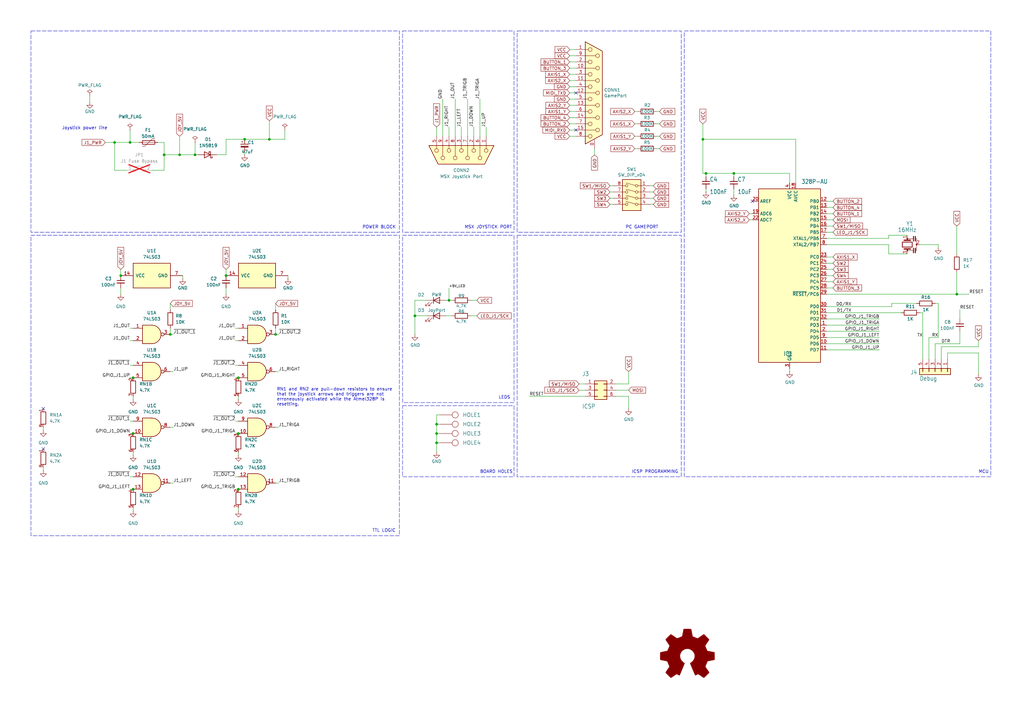
<source format=kicad_sch>
(kicad_sch (version 20231120) (generator "eeschema") (generator_version "8.0")
  (paper "A3")
  (title_block (title "msx-joypc-v1") (date "2024-11-28") (rev "Build2") (company "Albert Herranz"))
  (junction (at 289.56 71.12))
  (junction (at 69.85 137.16))
  (junction (at 54.61 177.8))
  (junction (at 53.34 58.42))
  (junction (at 113.03 137.16))
  (junction (at 54.61 154.94))
  (junction (at 46.99 58.42))
  (junction (at 67.31 63.5))
  (junction (at 97.79 200.66))
  (junction (at 97.79 154.94))
  (junction (at 179.07 181.61))
  (junction (at 170.18 129.54))
  (junction (at 184.15 123.19))
  (junction (at 179.07 173.99))
  (junction (at 92.71 113.03))
  (junction (at 110.49 57.15))
  (junction (at 100.33 57.15))
  (junction (at 54.61 200.66))
  (junction (at 80.01 63.5))
  (junction (at 73.66 63.5))
  (junction (at 49.53 113.03))
  (junction (at 300.99 71.12))
  (junction (at 179.07 177.8))
  (junction (at 392.43 120.65))
  (junction (at 288.29 57.15))
  (junction (at 97.79 177.8))
  (no_connect (at 236.22 38.1))
  (no_connect (at 236.22 53.34))
  (no_connect (at 17.78 167.64))
  (no_connect (at 308.61 82.55))
  (no_connect (at 17.78 184.15))
  (wire (pts (xy 339.09 133.35) (xy 360.68 133.35)))
  (wire (pts (xy 289.56 78.74) (xy 289.56 77.47)))
  (wire (pts (xy 233.68 35.56) (xy 236.22 35.56)))
  (wire (pts (xy 307.34 90.17) (xy 308.61 90.17)))
  (wire (pts (xy 339.09 138.43) (xy 360.68 138.43)))
  (wire (pts (xy 393.7 135.89) (xy 393.7 140.97)))
  (wire (pts (xy 270.51 50.8) (xy 269.24 50.8)))
  (wire (pts (xy 110.49 49.53) (xy 110.49 57.15)))
  (wire (pts (xy 69.85 124.46) (xy 69.85 127)))
  (wire (pts (xy 339.09 120.65) (xy 392.43 120.65)))
  (wire (pts (xy 179.07 177.8) (xy 179.07 181.61)))
  (wire (pts (xy 288.29 57.15) (xy 326.39 57.15)))
  (wire (pts (xy 118.11 114.3) (xy 118.11 113.03)))
  (wire (pts (xy 182.88 129.54) (xy 185.42 129.54)))
  (wire (pts (xy 96.52 200.66) (xy 97.79 200.66)))
  (wire (pts (xy 341.63 115.57) (xy 339.09 115.57)))
  (wire (pts (xy 96.52 195.58) (xy 97.79 195.58)))
  (wire (pts (xy 233.68 20.32) (xy 236.22 20.32)))
  (wire (pts (xy 179.07 173.99) (xy 179.07 177.8)))
  (wire (pts (xy 384.81 100.33) (xy 384.81 101.6)))
  (wire (pts (xy 365.76 125.73) (xy 339.09 125.73)))
  (wire (pts (xy 184.15 118.11) (xy 184.15 123.19)))
  (wire (pts (xy 381 138.43) (xy 384.81 138.43)))
  (wire (pts (xy 252.73 162.56) (xy 257.81 162.56)))
  (wire (pts (xy 341.63 113.03) (xy 339.09 113.03)))
  (wire (pts (xy 71.12 137.16) (xy 69.85 137.16)))
  (wire (pts (xy 233.68 22.86) (xy 236.22 22.86)))
  (wire (pts (xy 260.35 55.88) (xy 261.62 55.88)))
  (wire (pts (xy 92.71 118.11) (xy 92.71 120.65)))
  (wire (pts (xy 233.68 25.4) (xy 236.22 25.4)))
  (wire (pts (xy 54.61 186.69) (xy 54.61 185.42)))
  (wire (pts (xy 100.33 57.15) (xy 110.49 57.15)))
  (wire (pts (xy 233.68 50.8) (xy 236.22 50.8)))
  (wire (pts (xy 233.68 38.1) (xy 236.22 38.1)))
  (wire (pts (xy 323.85 71.12) (xy 300.99 71.12)))
  (wire (pts (xy 17.78 191.77) (xy 17.78 193.04)))
  (wire (pts (xy 250.19 81.28) (xy 251.46 81.28)))
  (wire (pts (xy 257.81 162.56) (xy 257.81 167.64)))
  (wire (pts (xy 377.19 100.33) (xy 384.81 100.33)))
  (wire (pts (xy 339.09 140.97) (xy 360.68 140.97)))
  (wire (pts (xy 233.68 30.48) (xy 236.22 30.48)))
  (wire (pts (xy 53.34 177.8) (xy 54.61 177.8)))
  (wire (pts (xy 113.03 124.46) (xy 113.03 127)))
  (wire (pts (xy 113.03 134.62) (xy 113.03 137.16)))
  (wire (pts (xy 184.15 123.19) (xy 182.88 123.19)))
  (wire (pts (xy 300.99 77.47) (xy 300.99 80.01)))
  (wire (pts (xy 323.85 74.93) (xy 323.85 71.12)))
  (wire (pts (xy 289.56 72.39) (xy 289.56 71.12)))
  (wire (pts (xy 36.83 39.37) (xy 36.83 41.91)))
  (wire (pts (xy 267.97 78.74) (xy 266.7 78.74)))
  (wire (pts (xy 92.71 57.15) (xy 100.33 57.15)))
  (wire (pts (xy 54.61 162.56) (xy 54.61 163.83)))
  (wire (pts (xy 114.3 152.4) (xy 113.03 152.4)))
  (wire (pts (xy 260.35 60.96) (xy 261.62 60.96)))
  (wire (pts (xy 384.81 124.46) (xy 383.54 124.46)))
  (wire (pts (xy 401.32 144.78) (xy 401.32 153.67)))
  (wire (pts (xy 341.63 95.25) (xy 339.09 95.25)))
  (wire (pts (xy 392.43 92.71) (xy 392.43 104.14)))
  (wire (pts (xy 49.53 110.49) (xy 49.53 113.03)))
  (wire (pts (xy 53.34 58.42) (xy 57.15 58.42)))
  (wire (pts (xy 250.19 83.82) (xy 251.46 83.82)))
  (wire (pts (xy 96.52 154.94) (xy 97.79 154.94)))
  (wire (pts (xy 97.79 209.55) (xy 97.79 208.28)))
  (wire (pts (xy 252.73 157.48) (xy 257.81 157.48)))
  (wire (pts (xy 114.3 175.26) (xy 113.03 175.26)))
  (wire (pts (xy 53.34 154.94) (xy 54.61 154.94)))
  (wire (pts (xy 386.08 142.24) (xy 386.08 147.32)))
  (wire (pts (xy 383.54 140.97) (xy 383.54 147.32)))
  (wire (pts (xy 80.01 63.5) (xy 81.28 63.5)))
  (wire (pts (xy 180.34 173.99) (xy 179.07 173.99)))
  (wire (pts (xy 116.84 53.34) (xy 116.84 57.15)))
  (wire (pts (xy 393.7 140.97) (xy 383.54 140.97)))
  (wire (pts (xy 100.33 62.23) (xy 100.33 63.5)))
  (wire (pts (xy 170.18 129.54) (xy 170.18 137.16)))
  (wire (pts (xy 179.07 170.18) (xy 179.07 173.99)))
  (wire (pts (xy 96.52 177.8) (xy 97.79 177.8)))
  (wire (pts (xy 364.49 104.14) (xy 372.11 104.14)))
  (wire (pts (xy 250.19 78.74) (xy 251.46 78.74)))
  (wire (pts (xy 92.71 63.5) (xy 88.9 63.5)))
  (wire (pts (xy 53.34 149.86) (xy 54.61 149.86)))
  (wire (pts (xy 341.63 87.63) (xy 339.09 87.63)))
  (wire (pts (xy 179.07 52.07) (xy 179.07 55.88)))
  (wire (pts (xy 307.34 87.63) (xy 308.61 87.63)))
  (wire (pts (xy 179.07 181.61) (xy 179.07 185.42)))
  (wire (pts (xy 364.49 100.33) (xy 364.49 104.14)))
  (wire (pts (xy 184.15 52.07) (xy 184.15 55.88)))
  (wire (pts (xy 381 147.32) (xy 381 138.43)))
  (wire (pts (xy 288.29 71.12) (xy 288.29 57.15)))
  (wire (pts (xy 341.63 118.11) (xy 339.09 118.11)))
  (wire (pts (xy 388.62 144.78) (xy 388.62 147.32)))
  (wire (pts (xy 289.56 71.12) (xy 300.99 71.12)))
  (wire (pts (xy 69.85 134.62) (xy 69.85 137.16)))
  (wire (pts (xy 250.19 76.2) (xy 251.46 76.2)))
  (wire (pts (xy 364.49 97.79) (xy 339.09 97.79)))
  (wire (pts (xy 392.43 120.65) (xy 397.51 120.65)))
  (wire (pts (xy 184.15 123.19) (xy 185.42 123.19)))
  (wire (pts (xy 67.31 63.5) (xy 73.66 63.5)))
  (wire (pts (xy 96.52 134.62) (xy 97.79 134.62)))
  (wire (pts (xy 378.46 128.27) (xy 377.19 128.27)))
  (wire (pts (xy 43.18 58.42) (xy 46.99 58.42)))
  (wire (pts (xy 257.81 157.48) (xy 257.81 152.4)))
  (wire (pts (xy 326.39 74.93) (xy 326.39 57.15)))
  (wire (pts (xy 364.49 97.79) (xy 364.49 96.52)))
  (wire (pts (xy 393.7 127) (xy 393.7 130.81)))
  (wire (pts (xy 233.68 48.26) (xy 236.22 48.26)))
  (wire (pts (xy 74.93 114.3) (xy 74.93 113.03)))
  (wire (pts (xy 71.12 198.12) (xy 69.85 198.12)))
  (wire (pts (xy 53.34 53.34) (xy 53.34 58.42)))
  (wire (pts (xy 114.3 198.12) (xy 113.03 198.12)))
  (wire (pts (xy 92.71 110.49) (xy 92.71 113.03)))
  (wire (pts (xy 364.49 96.52) (xy 372.11 96.52)))
  (wire (pts (xy 97.79 186.69) (xy 97.79 185.42)))
  (wire (pts (xy 257.81 160.02) (xy 252.73 160.02)))
  (wire (pts (xy 233.68 40.64) (xy 236.22 40.64)))
  (wire (pts (xy 339.09 100.33) (xy 364.49 100.33)))
  (wire (pts (xy 80.01 58.42) (xy 80.01 63.5)))
  (wire (pts (xy 73.66 63.5) (xy 80.01 63.5)))
  (wire (pts (xy 97.79 163.83) (xy 97.79 162.56)))
  (wire (pts (xy 300.99 72.39) (xy 300.99 71.12)))
  (wire (pts (xy 341.63 105.41) (xy 339.09 105.41)))
  (wire (pts (xy 196.85 40.64) (xy 196.85 55.88)))
  (wire (pts (xy 384.81 138.43) (xy 384.81 124.46)))
  (wire (pts (xy 17.78 175.26) (xy 17.78 176.53)))
  (wire (pts (xy 288.29 50.8) (xy 288.29 57.15)))
  (wire (pts (xy 339.09 130.81) (xy 360.68 130.81)))
  (wire (pts (xy 181.61 40.64) (xy 181.61 55.88)))
  (wire (pts (xy 388.62 144.78) (xy 401.32 144.78)))
  (wire (pts (xy 114.3 137.16) (xy 113.03 137.16)))
  (wire (pts (xy 180.34 170.18) (xy 179.07 170.18)))
  (wire (pts (xy 339.09 135.89) (xy 360.68 135.89)))
  (wire (pts (xy 194.31 52.07) (xy 194.31 55.88)))
  (wire (pts (xy 233.68 33.02) (xy 236.22 33.02)))
  (wire (pts (xy 175.26 123.19) (xy 170.18 123.19)))
  (wire (pts (xy 53.34 134.62) (xy 54.61 134.62)))
  (wire (pts (xy 323.85 152.4) (xy 323.85 151.13)))
  (wire (pts (xy 73.66 55.88) (xy 73.66 63.5)))
  (wire (pts (xy 193.04 129.54) (xy 195.58 129.54)))
  (wire (pts (xy 67.31 58.42) (xy 67.31 63.5)))
  (wire (pts (xy 186.69 40.64) (xy 186.69 55.88)))
  (wire (pts (xy 341.63 107.95) (xy 339.09 107.95)))
  (wire (pts (xy 233.68 53.34) (xy 236.22 53.34)))
  (wire (pts (xy 180.34 177.8) (xy 179.07 177.8)))
  (wire (pts (xy 243.84 63.5) (xy 243.84 60.96)))
  (wire (pts (xy 392.43 120.65) (xy 392.43 111.76)))
  (wire (pts (xy 267.97 76.2) (xy 266.7 76.2)))
  (wire (pts (xy 339.09 128.27) (xy 369.57 128.27)))
  (wire (pts (xy 96.52 172.72) (xy 97.79 172.72)))
  (wire (pts (xy 260.35 50.8) (xy 261.62 50.8)))
  (wire (pts (xy 193.04 123.19) (xy 195.58 123.19)))
  (wire (pts (xy 67.31 69.85) (xy 67.31 63.5)))
  (wire (pts (xy 53.34 139.7) (xy 54.61 139.7)))
  (wire (pts (xy 378.46 128.27) (xy 378.46 147.32)))
  (wire (pts (xy 46.99 69.85) (xy 52.07 69.85)))
  (wire (pts (xy 170.18 123.19) (xy 170.18 129.54)))
  (wire (pts (xy 270.51 55.88) (xy 269.24 55.88)))
  (wire (pts (xy 175.26 129.54) (xy 170.18 129.54)))
  (wire (pts (xy 288.29 71.12) (xy 289.56 71.12)))
  (wire (pts (xy 180.34 181.61) (xy 179.07 181.61)))
  (wire (pts (xy 267.97 83.82) (xy 266.7 83.82)))
  (wire (pts (xy 199.39 52.07) (xy 199.39 55.88)))
  (wire (pts (xy 54.61 209.55) (xy 54.61 208.28)))
  (wire (pts (xy 67.31 58.42) (xy 64.77 58.42)))
  (wire (pts (xy 53.34 195.58) (xy 54.61 195.58)))
  (wire (pts (xy 270.51 60.96) (xy 269.24 60.96)))
  (wire (pts (xy 233.68 27.94) (xy 236.22 27.94)))
  (wire (pts (xy 53.34 172.72) (xy 54.61 172.72)))
  (wire (pts (xy 365.76 124.46) (xy 375.92 124.46)))
  (wire (pts (xy 260.35 45.72) (xy 261.62 45.72)))
  (wire (pts (xy 92.71 57.15) (xy 92.71 63.5)))
  (wire (pts (xy 96.52 149.86) (xy 97.79 149.86)))
  (wire (pts (xy 237.49 157.48) (xy 240.03 157.48)))
  (wire (pts (xy 233.68 43.18) (xy 236.22 43.18)))
  (wire (pts (xy 62.23 69.85) (xy 67.31 69.85)))
  (wire (pts (xy 191.77 40.64) (xy 191.77 55.88)))
  (wire (pts (xy 401.32 139.7) (xy 401.32 142.24)))
  (wire (pts (xy 189.23 52.07) (xy 189.23 55.88)))
  (wire (pts (xy 339.09 143.51) (xy 360.68 143.51)))
  (wire (pts (xy 237.49 160.02) (xy 240.03 160.02)))
  (wire (pts (xy 386.08 142.24) (xy 401.32 142.24)))
  (wire (pts (xy 341.63 92.71) (xy 339.09 92.71)))
  (wire (pts (xy 71.12 152.4) (xy 69.85 152.4)))
  (wire (pts (xy 341.63 110.49) (xy 339.09 110.49)))
  (wire (pts (xy 96.52 139.7) (xy 97.79 139.7)))
  (wire (pts (xy 270.51 45.72) (xy 269.24 45.72)))
  (wire (pts (xy 341.63 82.55) (xy 339.09 82.55)))
  (wire (pts (xy 233.68 55.88) (xy 236.22 55.88)))
  (wire (pts (xy 341.63 90.17) (xy 339.09 90.17)))
  (wire (pts (xy 233.68 45.72) (xy 236.22 45.72)))
  (wire (pts (xy 217.17 162.56) (xy 240.03 162.56)))
  (wire (pts (xy 49.53 118.11) (xy 49.53 120.65)))
  (wire (pts (xy 110.49 57.15) (xy 116.84 57.15)))
  (wire (pts (xy 71.12 175.26) (xy 69.85 175.26)))
  (wire (pts (xy 53.34 200.66) (xy 54.61 200.66)))
  (wire (pts (xy 46.99 58.42) (xy 53.34 58.42)))
  (wire (pts (xy 46.99 58.42) (xy 46.99 69.85)))
  (wire (pts (xy 341.63 85.09) (xy 339.09 85.09)))
  (wire (pts (xy 267.97 81.28) (xy 266.7 81.28)))
  (wire (pts (xy 365.76 124.46) (xy 365.76 125.73)))
  (rectangle (start 165.1 12.7) (end 210.82 95.25) (stroke (width 0) (type dash)))
  (rectangle (start 12.7 12.7) (end 163.83 95.25) (stroke (width 0) (type dash)))
  (rectangle (start 280.67 12.7) (end 406.4 195.58) (stroke (width 0) (type dash)))
  (rectangle (start 165.1 166.37) (end 210.82 195.58) (stroke (width 0) (type dash)))
  (rectangle (start 12.7 96.52) (end 163.83 219.71) (stroke (width 0) (type dash)))
  (rectangle (start 212.09 12.7) (end 279.4 95.25) (stroke (width 0) (type dash)))
  (rectangle (start 212.09 96.52) (end 279.4 195.58) (stroke (width 0) (type dash)))
  (rectangle (start 165.1 96.52) (end 210.82 165.1) (stroke (width 0) (type dash)))
  (text "MCU" (at 401.32 194.31 0) (effects (font (size 1.27 1.27)) (justify left bottom)))
  (text "LEDS" (at 204.47 163.83 0) (effects (font (size 1.27 1.27)) (justify left bottom)))
  (text "MSX JOYSTICK PORT" (at 190.5 93.98 0) (effects (font (size 1.27 1.27)) (justify left bottom)))
  (text "TTL LOGIC" (at 152.654 218.44 0) (effects (font (size 1.27 1.27)) (justify left bottom)))
  (text "BOARD HOLES" (at 196.85 194.31 0) (effects (font (size 1.27 1.27)) (justify left bottom)))
  (text "Joystick power line" (at 25.4 53.34 0) (effects (font (size 1.27 1.27)) (justify left bottom)))
  (text "ICSP PROGRAMMING" (at 259.08 194.31 0) (effects (font (size 1.27 1.27)) (justify left bottom)))
  (text "RN1 and RN2 are pull-down resistors to ensure\nthat the joystick arrows and triggers are not\nerroneously activated while the Atmel328P is\nresetting." (at 113.538 166.624 0) (effects (font (size 1.27 1.27)) (justify left bottom)))
  (text "PC GAMEPORT" (at 256.54 93.98 0) (effects (font (size 1.27 1.27)) (justify left bottom)))
  (text "POWER BLOCK" (at 148.59 93.98 0) (effects (font (size 1.27 1.27)) (justify left bottom)))
  (label "GPIO_J1_UP" (at 53.34 154.94 180))
  (label "TX" (at 378.46 138.43 180) (effects (font (size 1.2446 1.2446))))
  (label "GPIO_J1_DOWN" (at 360.68 140.97 180))
  (label "GPIO_J1_DOWN" (at 53.34 177.8 180))
  (label "~{J1_OUT_1}" (at 71.12 137.16 0))
  (label "RESET" (at 217.17 162.56 0) (effects (font (size 1.2446 1.2446))))
  (label "~{J1_OUT_2}" (at 96.52 195.58 180))
  (label "GND" (at 181.61 40.64 90))
  (label "GPIO_J1_LEFT" (at 360.68 138.43 180))
  (label "GPIO_J1_TRIGA" (at 360.68 133.35 180))
  (label "~{J1_OUT_1}" (at 53.34 172.72 180))
  (label "J1_UP" (at 71.12 152.4 0))
  (label "D0/RX" (at 349.25 125.73 180) (effects (font (size 1.2446 1.2446))))
  (label "GPIO_J1_UP" (at 360.68 143.51 180))
  (label "J1_OUT" (at 186.69 40.64 90))
  (label "J1_OUT" (at 53.34 139.7 180))
  (label "J1_DOWN" (at 71.12 175.26 0))
  (label "D1/TX" (at 349.25 128.27 180) (effects (font (size 1.2446 1.2446))))
  (label "GPIO_J1_RIGHT" (at 96.52 154.94 180))
  (label "J1_TRIGA" (at 114.3 175.26 0))
  (label "J1_OUT" (at 96.52 134.62 180))
  (label "J1_RIGHT" (at 114.3 152.4 0))
  (label "GPIO_J1_TRIGA" (at 96.52 177.8 180))
  (label "+5V_LED" (at 184.15 118.11 0) (effects (font (size 1 1))))
  (label "J1_TRIGB" (at 191.77 40.64 90))
  (label "GPIO_J1_RIGHT" (at 360.68 135.89 180))
  (label "~{J1_OUT_1}" (at 53.34 195.58 180))
  (label "~{J1_OUT_2}" (at 96.52 149.86 180))
  (label "~{J1_OUT_2}" (at 96.52 172.72 180))
  (label "~{J1_OUT_2}" (at 114.3 137.16 0))
  (label "J1_DOWN" (at 194.31 52.07 90))
  (label "J1_OUT" (at 96.52 139.7 180))
  (label "GPIO_J1_LEFT" (at 53.34 200.66 180))
  (label "J1_TRIGA" (at 196.85 40.64 90))
  (label "J1_LEFT" (at 71.12 198.12 0))
  (label "J1_TRIGB" (at 114.3 198.12 0))
  (label "J1_RIGHT" (at 184.15 52.07 90))
  (label "DTR" (at 386.08 140.97 0))
  (label "RESET" (at 397.51 120.65 0) (effects (font (size 1.2446 1.2446))))
  (label "J1_OUT" (at 53.34 134.62 180))
  (label "GPIO_J1_TRIGB" (at 360.68 130.81 180))
  (label "RX" (at 384.81 138.43 180) (effects (font (size 1.2446 1.2446))))
  (label "~{J1_OUT_1}" (at 53.34 149.86 180))
  (label "J1_LEFT" (at 189.23 52.07 90))
  (label "RESET" (at 393.7 127 0) (effects (font (size 1.2446 1.2446))))
  (label "J1_UP" (at 199.39 52.07 90))
  (label "GPIO_J1_TRIGB" (at 96.52 200.66 180))
  (global_label "AXIS2_Y" (shape input) (at 307.34 87.63 180) (property "Intersheetrefs" "${INTERSHEET_REFS}" (effects (hide yes))))
  (global_label "GND" (shape input) (at 243.84 63.5 270) (property "Intersheetrefs" "${INTERSHEET_REFS}" (effects (hide yes))))
  (global_label "SW1{slash}MISO" (shape input) (at 237.49 157.48 180) (property "Intersheetrefs" "${INTERSHEET_REFS}" (effects (hide yes))))
  (global_label "GND" (shape input) (at 267.97 78.74 0) (property "Intersheetrefs" "${INTERSHEET_REFS}" (effects (hide yes))))
  (global_label "AXIS2_Y" (shape input) (at 233.68 43.18 180) (property "Intersheetrefs" "${INTERSHEET_REFS}" (effects (hide yes))))
  (global_label "SW3" (shape input) (at 341.63 110.49 0) (property "Intersheetrefs" "${INTERSHEET_REFS}" (effects (hide yes))))
  (global_label "AXIS1_X" (shape input) (at 233.68 30.48 180) (property "Intersheetrefs" "${INTERSHEET_REFS}" (effects (hide yes))))
  (global_label "GND" (shape input) (at 267.97 83.82 0) (property "Intersheetrefs" "${INTERSHEET_REFS}" (effects (hide yes))))
  (global_label "SW2" (shape input) (at 250.19 78.74 180) (property "Intersheetrefs" "${INTERSHEET_REFS}" (effects (hide yes))))
  (global_label "VCC" (shape input) (at 401.32 139.7 90) (property "Intersheetrefs" "${INTERSHEET_REFS}" (effects (hide yes))))
  (global_label "MOSI" (shape input) (at 341.63 90.17 0) (property "Intersheetrefs" "${INTERSHEET_REFS}" (effects (hide yes))))
  (global_label "BUTTON_1" (shape input) (at 233.68 25.4 180) (property "Intersheetrefs" "${INTERSHEET_REFS}" (effects (hide yes))))
  (global_label "AXIS1_Y" (shape input) (at 341.63 115.57 0) (property "Intersheetrefs" "${INTERSHEET_REFS}" (effects (hide yes))))
  (global_label "LED_J1{slash}SCK" (shape input) (at 341.63 95.25 0) (property "Intersheetrefs" "${INTERSHEET_REFS}" (effects (hide yes))))
  (global_label "MIDI_TXD" (shape input) (at 233.68 38.1 180) (property "Intersheetrefs" "${INTERSHEET_REFS}" (effects (hide yes))))
  (global_label "BUTTON_2" (shape input) (at 341.63 82.55 0) (property "Intersheetrefs" "${INTERSHEET_REFS}" (effects (hide yes))))
  (global_label "GND" (shape input) (at 233.68 40.64 180) (property "Intersheetrefs" "${INTERSHEET_REFS}" (effects (hide yes))))
  (global_label "BUTTON_4" (shape input) (at 341.63 85.09 0) (property "Intersheetrefs" "${INTERSHEET_REFS}" (effects (hide yes))))
  (global_label "VCC" (shape input) (at 257.81 152.4 90) (property "Intersheetrefs" "${INTERSHEET_REFS}" (effects (hide yes))))
  (global_label "SW1{slash}MISO" (shape input) (at 341.63 92.71 0) (property "Intersheetrefs" "${INTERSHEET_REFS}" (effects (hide yes))))
  (global_label "VCC" (shape input) (at 288.29 50.8 90) (property "Intersheetrefs" "${INTERSHEET_REFS}" (effects (hide yes))))
  (global_label "JOY_5V" (shape input) (at 113.03 124.46 0) (property "Intersheetrefs" "${INTERSHEET_REFS}" (effects (hide yes))))
  (global_label "BUTTON_1" (shape input) (at 341.63 87.63 0) (property "Intersheetrefs" "${INTERSHEET_REFS}" (effects (hide yes))))
  (global_label "JOY_5V" (shape input) (at 49.53 110.49 90) (property "Intersheetrefs" "${INTERSHEET_REFS}" (effects (hide yes))))
  (global_label "VCC" (shape input) (at 195.58 123.19 0) (property "Intersheetrefs" "${INTERSHEET_REFS}" (effects (hide yes))))
  (global_label "VCC" (shape input) (at 110.49 49.53 90) (property "Intersheetrefs" "${INTERSHEET_REFS}" (effects (hide yes))))
  (global_label "JOY_5V" (shape input) (at 73.66 55.88 90) (property "Intersheetrefs" "${INTERSHEET_REFS}" (effects (hide yes))))
  (global_label "AXIS1_Y" (shape input) (at 233.68 45.72 180) (property "Intersheetrefs" "${INTERSHEET_REFS}" (effects (hide yes))))
  (global_label "SW4" (shape input) (at 250.19 83.82 180) (property "Intersheetrefs" "${INTERSHEET_REFS}" (effects (hide yes))))
  (global_label "AXIS2_X" (shape input) (at 307.34 90.17 180) (property "Intersheetrefs" "${INTERSHEET_REFS}" (effects (hide yes))))
  (global_label "VCC" (shape input) (at 233.68 55.88 180) (property "Intersheetrefs" "${INTERSHEET_REFS}" (effects (hide yes))))
  (global_label "GND" (shape input) (at 270.51 55.88 0) (property "Intersheetrefs" "${INTERSHEET_REFS}" (effects (hide yes))))
  (global_label "AXIS2_X" (shape input) (at 260.35 45.72 180) (property "Intersheetrefs" "${INTERSHEET_REFS}" (effects (hide yes))))
  (global_label "AXIS2_Y" (shape input) (at 260.35 60.96 180) (property "Intersheetrefs" "${INTERSHEET_REFS}" (effects (hide yes))))
  (global_label "GND" (shape input) (at 270.51 50.8 0) (property "Intersheetrefs" "${INTERSHEET_REFS}" (effects (hide yes))))
  (global_label "SW1{slash}MISO" (shape input) (at 250.19 76.2 180) (property "Intersheetrefs" "${INTERSHEET_REFS}" (effects (hide yes))))
  (global_label "BUTTON_4" (shape input) (at 233.68 48.26 180) (property "Intersheetrefs" "${INTERSHEET_REFS}" (effects (hide yes))))
  (global_label "GND" (shape input) (at 270.51 60.96 0) (property "Intersheetrefs" "${INTERSHEET_REFS}" (effects (hide yes))))
  (global_label "MOSI" (shape input) (at 257.81 160.02 0) (property "Intersheetrefs" "${INTERSHEET_REFS}" (effects (hide yes))))
  (global_label "J1_PWR" (shape input) (at 179.07 52.07 90) (property "Intersheetrefs" "${INTERSHEET_REFS}" (effects (hide yes))))
  (global_label "VCC" (shape input) (at 392.43 92.71 90) (property "Intersheetrefs" "${INTERSHEET_REFS}" (effects (hide yes))))
  (global_label "SW4" (shape input) (at 341.63 113.03 0) (property "Intersheetrefs" "${INTERSHEET_REFS}" (effects (hide yes))))
  (global_label "J1_PWR" (shape input) (at 43.18 58.42 180) (property "Intersheetrefs" "${INTERSHEET_REFS}" (effects (hide yes))))
  (global_label "AXIS1_Y" (shape input) (at 260.35 55.88 180) (property "Intersheetrefs" "${INTERSHEET_REFS}" (effects (hide yes))))
  (global_label "BUTTON_3" (shape input) (at 341.63 118.11 0) (property "Intersheetrefs" "${INTERSHEET_REFS}" (effects (hide yes))))
  (global_label "BUTTON_3" (shape input) (at 233.68 27.94 180) (property "Intersheetrefs" "${INTERSHEET_REFS}" (effects (hide yes))))
  (global_label "LED_J1{slash}SCK" (shape input) (at 237.49 160.02 180) (property "Intersheetrefs" "${INTERSHEET_REFS}" (effects (hide yes))))
  (global_label "VCC" (shape input) (at 233.68 22.86 180) (property "Intersheetrefs" "${INTERSHEET_REFS}" (effects (hide yes))))
  (global_label "SW2" (shape input) (at 341.63 107.95 0) (property "Intersheetrefs" "${INTERSHEET_REFS}" (effects (hide yes))))
  (global_label "LED_J1{slash}SCK" (shape input) (at 195.58 129.54 0) (property "Intersheetrefs" "${INTERSHEET_REFS}" (effects (hide yes))))
  (global_label "AXIS1_X" (shape input) (at 341.63 105.41 0) (property "Intersheetrefs" "${INTERSHEET_REFS}" (effects (hide yes))))
  (global_label "GND" (shape input) (at 233.68 35.56 180) (property "Intersheetrefs" "${INTERSHEET_REFS}" (effects (hide yes))))
  (global_label "VCC" (shape input) (at 233.68 20.32 180) (property "Intersheetrefs" "${INTERSHEET_REFS}" (effects (hide yes))))
  (global_label "SW3" (shape input) (at 250.19 81.28 180) (property "Intersheetrefs" "${INTERSHEET_REFS}" (effects (hide yes))))
  (global_label "AXIS2_X" (shape input) (at 233.68 33.02 180) (property "Intersheetrefs" "${INTERSHEET_REFS}" (effects (hide yes))))
  (global_label "AXIS1_X" (shape input) (at 260.35 50.8 180) (property "Intersheetrefs" "${INTERSHEET_REFS}" (effects (hide yes))))
  (global_label "JOY_5V" (shape input) (at 69.85 124.46 0) (property "Intersheetrefs" "${INTERSHEET_REFS}" (effects (hide yes))))
  (global_label "JOY_5V" (shape input) (at 92.71 110.49 90) (property "Intersheetrefs" "${INTERSHEET_REFS}" (effects (hide yes))))
  (global_label "GND" (shape input) (at 267.97 76.2 0) (property "Intersheetrefs" "${INTERSHEET_REFS}" (effects (hide yes))))
  (global_label "GND" (shape input) (at 270.51 45.72 0) (property "Intersheetrefs" "${INTERSHEET_REFS}" (effects (hide yes))))
  (global_label "GND" (shape input) (at 267.97 81.28 0) (property "Intersheetrefs" "${INTERSHEET_REFS}" (effects (hide yes))))
  (global_label "BUTTON_2" (shape input) (at 233.68 50.8 180) (property "Intersheetrefs" "${INTERSHEET_REFS}" (effects (hide yes))))
  (global_label "MIDI_RXD" (shape input) (at 233.68 53.34 180) (property "Intersheetrefs" "${INTERSHEET_REFS}" (effects (hide yes))))
  (symbol (lib_id "Device:C_Small") (at 300.99 74.93 0) (unit 1)
    (property "Reference" "C7" (at 302.514 74.549 0) (effects (font (size 1.778 1.5113)) (justify left bottom)))
    (property "Value" "10uF" (at 302.514 79.629 0) (effects (font (size 1.778 1.5113)) (justify left bottom)))
    (property "Footprint" "Capacitor_SMD:C_0805_2012Metric_Pad1.18x1.45mm_HandSolder" (effects (hide yes)))
  )
  (symbol (lib_id "power:GND") (at 92.71 120.65 0) (unit 1)
    (property "Reference" "#PWR08" (effects (hide yes)))
    (property "Value" "GND" (at 92.71 125.73 0))
    (property "Description" "Power symbol creates a global label with name \"GND\" , ground" (effects (hide yes)))
  )
  (symbol (lib_id "Connector_Generic:Conn_01x05") (at 383.54 152.4 270) (unit 1)
    (property "Reference" "J4" (at 373.38 153.67 90) (effects (font (size 1.778 1.5113)) (justify left bottom)))
    (property "Value" "Debug" (at 377.19 156.21 90) (effects (font (size 1.778 1.5113)) (justify left bottom)))
    (property "Footprint" "Connector_PinHeader_2.54mm:PinHeader_1x05_P2.54mm_Vertical" (effects (hide yes)))
  )
  (symbol (lib_id "74xx:74LS03") (at 62.23 198.12 0) (unit 4)
    (property "Reference" "U1" (at 62.2217 189.23 0))
    (property "Value" "74LS03" (at 62.2217 191.77 0))
    (property "Footprint" "Package_SO:SOIC-14_3.9x8.7mm_P1.27mm" (effects (hide yes)))
    (property "Datasheet" "http://www.ti.com/lit/gpn/sn74LS03" (effects (hide yes)))
  )
  (symbol (lib_id "Diode:1N5817") (at 85.09 63.5 180) (unit 1)
    (property "Reference" "D1" (at 85.4075 57.15 0))
    (property "Value" "1N5819" (at 85.4075 59.69 0))
    (property "Footprint" "Diode_SMD:D_SOD-123" (effects (hide yes)))
    (property "Datasheet" "http://www.vishay.com/docs/88525/1n5819.pdf" (effects (hide yes)))
  )
  (symbol (lib_id "Device:R") (at 373.38 128.27 90) (unit 1)
    (property "Reference" "R11" (at 373.38 125.73 90))
    (property "Value" "1K" (at 373.38 130.81 90))
    (property "Footprint" "Resistor_SMD:R_0805_2012Metric_Pad1.20x1.40mm_HandSolder" (effects (hide yes)))
  )
  (symbol (lib_id "Device:C_Small") (at 49.53 115.57 0) (unit 1)
    (property "Reference" "C3" (at 44.45 114.3 0))
    (property "Value" "100nF" (at 44.45 116.84 0))
    (property "Footprint" "Capacitor_SMD:C_0805_2012Metric_Pad1.18x1.45mm_HandSolder" (effects (hide yes)))
  )
  (symbol (lib_id "Device:LED") (at 179.07 123.19 0) (unit 1)
    (property "Reference" "D2" (at 172.72 120.904 0))
    (property "Value" "PWR" (at 179.07 120.904 0))
    (property "Footprint" "LED_SMD:LED_0805_2012Metric_Pad1.15x1.40mm_HandSolder" (effects (hide yes)))
  )
  (symbol (lib_id "power:GND") (at 170.18 137.16 0) (unit 1)
    (property "Reference" "#PWR015" (effects (hide yes)))
    (property "Value" "GND" (at 170.307 141.5542 0))
    (property "Description" "Power symbol creates a global label with name \"GND\" , ground" (effects (hide yes)))
  )
  (symbol (lib_id "Connector:DE9_Receptacle") (at 189.23 63.5 270) (unit 1)
    (property "Reference" "CONN2" (at 189.23 69.85 90))
    (property "Value" "MSX Joystick Port" (at 189.23 72.39 90))
    (property "Footprint" "Connector_JST:JST_PH_B9B-PH-K_1x09_P2.00mm_Vertical" (effects (hide yes)))
    (property "Description" "9-pin female receptacle socket D-SUB connector" (effects (hide yes)))
  )
  (symbol (lib_id "power:PWR_FLAG") (at 53.34 53.34 0) (unit 1)
    (property "Reference" "#FLG01" (effects (hide yes)))
    (property "Value" "PWR_FLAG" (at 53.34 47.879 0))
    (property "Description" "Special symbol for telling ERC where power comes from" (effects (hide yes)))
  )
  (symbol (lib_id "power:GND") (at 36.83 41.91 0) (unit 1)
    (property "Reference" "#PWR01" (effects (hide yes)))
    (property "Value" "GND" (at 36.83 45.72 0))
    (property "Description" "Power symbol creates a global label with name \"GND\" , ground" (effects (hide yes)))
  )
  (symbol (lib_id "Device:R_Pack04_Split") (at 17.78 171.45 180) (unit 1)
    (property "Reference" "RN1" (at 20.32 170.1799 0) (effects (justify right)))
    (property "Value" "4.7K" (at 20.32 172.7199 0) (effects (justify right)))
    (property "Footprint" "Resistor_SMD:R_Array_Concave_4x0603" (effects (hide yes)))
    (property "Description" "4 resistor network, parallel topology, split" (effects (hide yes)))
  )
  (symbol (lib_id "Jumper:Jumper_2_Open") (at 57.15 69.85 0) (unit 1) (on_board no) (dnp yes)
    (property "Reference" "JP1" (at 57.15 63.5 0))
    (property "Value" "J1 Fuse Bypass" (at 57.15 66.04 0))
    (property "Footprint" "Connector_PinHeader_2.54mm:PinHeader_1x02_P2.54mm_Vertical" (effects (hide yes)))
  )
  (symbol (lib_id "my_components:HOLE") (at 186.69 170.18 0) (unit 1)
    (property "Reference" "HOLE1" (at 189.738 170.18 0) (effects (font (size 1.524 1.524)) (justify left)))
    (property "Value" "HOLE" (effects (hide yes)))
    (property "Footprint" "My_Components:Hole_3mm" (effects (hide yes)))
  )
  (symbol (lib_id "power:GND") (at 74.93 114.3 0) (unit 1)
    (property "Reference" "#PWR07" (effects (hide yes)))
    (property "Value" "GND" (at 74.93 118.11 0))
    (property "Description" "Power symbol creates a global label with name \"GND\" , ground" (effects (hide yes)))
  )
  (symbol (lib_id "my_components:HOLE") (at 186.69 181.61 0) (unit 1)
    (property "Reference" "HOLE4" (at 189.738 181.61 0) (effects (font (size 1.524 1.524)) (justify left)))
    (property "Value" "HOLE" (effects (hide yes)))
    (property "Footprint" "My_Components:Hole_3mm" (effects (hide yes)))
  )
  (symbol (lib_id "Device:R") (at 265.43 55.88 90) (unit 1)
    (property "Reference" "R4" (at 264.16 53.34 90) (effects (justify right)))
    (property "Value" "100K" (at 262.89 55.88 90) (effects (justify right)))
    (property "Footprint" "Resistor_SMD:R_0805_2012Metric_Pad1.20x1.40mm_HandSolder" (effects (hide yes)))
    (property "LCSC" "C172965" (effects (hide yes)))
  )
  (symbol (lib_id "Graphic:Logo_Open_Hardware_Large") (at 281.94 269.24 0) (unit 1) (exclude_from_sim yes) (in_bom no)
    (property "Reference" "SYM1" (effects (hide yes)))
    (property "Value" "Logo_Open_Hardware_Large" (effects (hide yes)))
    (property "Footprint" "Symbol:OSHW-Logo_7.5x8mm_SilkScreen" (effects (hide yes)))
  )
  (symbol (lib_id "power:GND") (at 97.79 163.83 0) (unit 1)
    (property "Reference" "#PWR013" (effects (hide yes)))
    (property "Value" "GND" (at 97.79 168.91 0))
    (property "Description" "Power symbol creates a global label with name \"GND\" , ground" (effects (hide yes)))
  )
  (symbol (lib_id "Device:R") (at 392.43 107.95 0) (unit 1)
    (property "Reference" "R17" (at 394.97 106.68 0) (effects (justify left)))
    (property "Value" "1K" (at 394.97 109.22 0) (effects (justify left)))
    (property "Footprint" "Resistor_SMD:R_0805_2012Metric_Pad1.20x1.40mm_HandSolder" (effects (hide yes)))
  )
  (symbol (lib_id "74xx:74LS03") (at 105.41 198.12 0) (unit 4)
    (property "Reference" "U2" (at 105.4017 189.23 0))
    (property "Value" "74LS03" (at 105.4017 191.77 0))
    (property "Footprint" "Package_SO:SOIC-14_3.9x8.7mm_P1.27mm" (effects (hide yes)))
    (property "Datasheet" "http://www.ti.com/lit/gpn/sn74LS03" (effects (hide yes)))
  )
  (symbol (lib_id "74xx:74LS03") (at 62.23 175.26 0) (unit 3)
    (property "Reference" "U1" (at 62.2217 166.37 0))
    (property "Value" "74LS03" (at 62.2217 168.91 0))
    (property "Footprint" "Package_SO:SOIC-14_3.9x8.7mm_P1.27mm" (effects (hide yes)))
    (property "Datasheet" "http://www.ti.com/lit/gpn/sn74LS03" (effects (hide yes)))
  )
  (symbol (lib_id "power:GND") (at 97.79 209.55 0) (unit 1)
    (property "Reference" "#PWR020" (effects (hide yes)))
    (property "Value" "GND" (at 97.79 214.63 0))
    (property "Description" "Power symbol creates a global label with name \"GND\" , ground" (effects (hide yes)))
  )
  (symbol (lib_id "Device:C_Small") (at 289.56 74.93 0) (unit 1)
    (property "Reference" "C4" (at 291.084 74.549 0) (effects (font (size 1.778 1.5113)) (justify left bottom)))
    (property "Value" "100nF" (at 291.084 79.629 0) (effects (font (size 1.778 1.5113)) (justify left bottom)))
    (property "Footprint" "Capacitor_SMD:C_0805_2012Metric_Pad1.18x1.45mm_HandSolder" (effects (hide yes)))
  )
  (symbol (lib_id "power:GND") (at 54.61 163.83 0) (unit 1)
    (property "Reference" "#PWR04" (effects (hide yes)))
    (property "Value" "GND" (at 54.61 168.91 0))
    (property "Description" "Power symbol creates a global label with name \"GND\" , ground" (effects (hide yes)))
  )
  (symbol (lib_id "power:GND") (at 179.07 185.42 0) (unit 1)
    (property "Reference" "#PWR018" (effects (hide yes)))
    (property "Value" "GND" (at 179.07 189.23 0))
    (property "Description" "Power symbol creates a global label with name \"GND\" , ground" (effects (hide yes)))
  )
  (symbol (lib_id "power:GND") (at 17.78 176.53 0) (unit 1)
    (property "Reference" "#PWR021" (effects (hide yes)))
    (property "Value" "GND" (at 17.78 181.61 0))
    (property "Description" "Power symbol creates a global label with name \"GND\" , ground" (effects (hide yes)))
  )
  (symbol (lib_id "Device:C_Polarized_Small") (at 100.33 59.69 0) (unit 1)
    (property "Reference" "C1" (at 101.6 58.42 0) (effects (justify left)))
    (property "Value" "47uF" (at 99.06 62.23 0) (effects (justify left)))
    (property "Footprint" "Capacitor_Tantalum_SMD:CP_EIA-3216-18_Kemet-A_Pad1.58x1.35mm_HandSolder" (effects (hide yes)))
  )
  (symbol (lib_id "Device:LED") (at 179.07 129.54 0) (unit 1)
    (property "Reference" "D3" (at 172.72 127.254 0))
    (property "Value" "JoyPort" (at 179.07 127.254 0))
    (property "Footprint" "LED_SMD:LED_0805_2012Metric_Pad1.15x1.40mm_HandSolder" (effects (hide yes)))
  )
  (symbol (lib_id "Device:Resonator") (at 372.11 100.33 90) (mirror x) (unit 1)
    (property "Reference" "Y1" (at 374.65 92.71 90) (effects (font (size 1.778 1.5113)) (justify left bottom)))
    (property "Value" "16MHz" (at 375.92 95.25 90) (effects (font (size 1.778 1.5113)) (justify left bottom)))
    (property "Footprint" "Crystal:Resonator_SMD_Murata_CSTxExxV-3Pin_3.0x1.1mm_HandSoldering" (effects (hide yes)))
  )
  (symbol (lib_id "Device:R") (at 265.43 60.96 270) (unit 1)
    (property "Reference" "R5" (at 266.7 58.42 90) (effects (justify right)))
    (property "Value" "100K" (at 267.97 60.96 90) (effects (justify right)))
    (property "Footprint" "Resistor_SMD:R_0805_2012Metric_Pad1.20x1.40mm_HandSolder" (effects (hide yes)))
    (property "LCSC" "C172965" (effects (hide yes)))
  )
  (symbol (lib_id "power:GND") (at 401.32 153.67 0) (unit 1)
    (property "Reference" "#PWR014" (effects (hide yes)))
    (property "Value" "GND" (at 401.447 158.0642 0))
    (property "Description" "Power symbol creates a global label with name \"GND\" , ground" (effects (hide yes)))
  )
  (symbol (lib_id "power:PWR_FLAG") (at 80.01 58.42 0) (unit 1)
    (property "Reference" "#FLG03" (effects (hide yes)))
    (property "Value" "PWR_FLAG" (at 80.01 52.959 0))
    (property "Description" "Special symbol for telling ERC where power comes from" (effects (hide yes)))
  )
  (symbol (lib_id "power:GND") (at 49.53 120.65 0) (unit 1)
    (property "Reference" "#PWR02" (effects (hide yes)))
    (property "Value" "GND" (at 49.53 125.73 0))
    (property "Description" "Power symbol creates a global label with name \"GND\" , ground" (effects (hide yes)))
  )
  (symbol (lib_id "74xx:74LS03") (at 62.23 113.03 90) (unit 5)
    (property "Reference" "U1" (at 62.23 102.87 90))
    (property "Value" "74LS03" (at 62.23 105.41 90))
    (property "Footprint" "Package_SO:SOIC-14_3.9x8.7mm_P1.27mm" (effects (hide yes)))
    (property "Datasheet" "http://www.ti.com/lit/gpn/sn74LS03" (effects (hide yes)))
  )
  (symbol (lib_id "Device:R_Pack04_Split") (at 97.79 158.75 180) (unit 4)
    (property "Reference" "RN2" (at 100.33 157.4799 0) (effects (justify right)))
    (property "Value" "4.7K" (at 100.33 160.0199 0) (effects (justify right)))
    (property "Footprint" "Resistor_SMD:R_Array_Concave_4x0603" (effects (hide yes)))
    (property "Description" "4 resistor network, parallel topology, split" (effects (hide yes)))
  )
  (symbol (lib_id "Connector:DA15_Receptacle_MountingHoles") (at 243.84 38.1 0) (unit 1)
    (property "Reference" "CONN1" (at 247.7516 36.9316 0) (effects (justify left)))
    (property "Value" "GamePort" (at 247.7516 39.243 0) (effects (justify left)))
    (property "Footprint" "Connector_Dsub:DSUB-15_Female_Horizontal_P2.77x2.84mm_EdgePinOffset7.70mm_Housed_MountingHolesOffset9.12mm" (effects (hide yes)))
    (property "Description" "15-pin female receptacle socket D-SUB connector (low-density/2 columns), Mounting Hole" (effects (hide yes)))
    (property "LCSC" "C77835" (effects (hide yes)))
  )
  (symbol (lib_id "power:PWR_FLAG") (at 36.83 39.37 0) (unit 1)
    (property "Reference" "#FLG04" (effects (hide yes)))
    (property "Value" "PWR_FLAG" (at 36.83 34.9758 0))
    (property "Description" "Special symbol for telling ERC where power comes from" (effects (hide yes)))
  )
  (symbol (lib_id "my_components:HOLE") (at 186.69 177.8 0) (unit 1)
    (property "Reference" "HOLE3" (at 189.738 177.8 0) (effects (font (size 1.524 1.524)) (justify left)))
    (property "Value" "HOLE" (effects (hide yes)))
    (property "Footprint" "My_Components:Hole_3mm" (effects (hide yes)))
  )
  (symbol (lib_id "Device:R_Pack04_Split") (at 54.61 158.75 180) (unit 2)
    (property "Reference" "RN1" (at 57.15 157.4799 0) (effects (justify right)))
    (property "Value" "4.7K" (at 57.15 160.0199 0) (effects (justify right)))
    (property "Footprint" "Resistor_SMD:R_Array_Concave_4x0603" (effects (hide yes)))
    (property "Description" "4 resistor network, parallel topology, split" (effects (hide yes)))
  )
  (symbol (lib_id "74xx:74LS03") (at 105.41 137.16 0) (unit 1)
    (property "Reference" "U2" (at 105.4017 128.27 0))
    (property "Value" "74LS03" (at 105.4017 130.81 0))
    (property "Footprint" "Package_SO:SOIC-14_3.9x8.7mm_P1.27mm" (effects (hide yes)))
    (property "Datasheet" "http://www.ti.com/lit/gpn/sn74LS03" (effects (hide yes)))
  )
  (symbol (lib_id "MCU_Microchip_ATmega:ATmega328P-A") (at 323.85 113.03 0) (unit 1)
    (property "Reference" "IC1" (at 321.31 146.05 0) (effects (font (size 1.778 1.5113)) (justify left bottom)))
    (property "Value" "328P-AU" (at 328.676 75.438 0) (effects (font (size 1.778 1.5113)) (justify left bottom)))
    (property "Footprint" "Package_QFP:TQFP-32_7x7mm_P0.8mm" (effects (hide yes)))
    (property "Datasheet" "http://ww1.microchip.com/downloads/en/DeviceDoc/ATmega328_P%20AVR%20MCU%20with%20picoPower%20Technology%20Data%20Sheet%2040001984A.pdf" (effects (hide yes)))
  )
  (symbol (lib_id "power:GND") (at 17.78 193.04 0) (unit 1)
    (property "Reference" "#PWR022" (effects (hide yes)))
    (property "Value" "GND" (at 17.78 198.12 0))
    (property "Description" "Power symbol creates a global label with name \"GND\" , ground" (effects (hide yes)))
  )
  (symbol (lib_id "Device:R_Pack04_Split") (at 54.61 181.61 180) (unit 3)
    (property "Reference" "RN1" (at 57.15 180.3399 0) (effects (justify right)))
    (property "Value" "4.7K" (at 57.15 182.8799 0) (effects (justify right)))
    (property "Footprint" "Resistor_SMD:R_Array_Concave_4x0603" (effects (hide yes)))
    (property "Description" "4 resistor network, parallel topology, split" (effects (hide yes)))
  )
  (symbol (lib_id "Device:R") (at 265.43 50.8 270) (unit 1)
    (property "Reference" "R3" (at 266.7 48.26 90) (effects (justify right)))
    (property "Value" "100K" (at 267.97 50.8 90) (effects (justify right)))
    (property "Footprint" "Resistor_SMD:R_0805_2012Metric_Pad1.20x1.40mm_HandSolder" (effects (hide yes)))
    (property "LCSC" "C172965" (effects (hide yes)))
  )
  (symbol (lib_id "power:GND") (at 300.99 80.01 0) (unit 1)
    (property "Reference" "#PWR016" (effects (hide yes)))
    (property "Value" "GND" (at 301.117 84.4042 0))
    (property "Description" "Power symbol creates a global label with name \"GND\" , ground" (effects (hide yes)))
  )
  (symbol (lib_id "74xx:74LS03") (at 62.23 137.16 0) (unit 1)
    (property "Reference" "U1" (at 62.2217 128.27 0))
    (property "Value" "74LS03" (at 62.2217 130.81 0))
    (property "Footprint" "Package_SO:SOIC-14_3.9x8.7mm_P1.27mm" (effects (hide yes)))
    (property "Datasheet" "http://www.ti.com/lit/gpn/sn74LS03" (effects (hide yes)))
  )
  (symbol (lib_id "power:GND") (at 289.56 78.74 0) (unit 1)
    (property "Reference" "#PWR012" (effects (hide yes)))
    (property "Value" "GND" (at 289.687 83.1342 0))
    (property "Description" "Power symbol creates a global label with name \"GND\" , ground" (effects (hide yes)))
  )
  (symbol (lib_id "Connector_Generic:Conn_02x03_Odd_Even") (at 245.11 160.02 0) (unit 1)
    (property "Reference" "J3" (at 238.76 154.305 0) (effects (font (size 1.778 1.5113)) (justify left bottom)))
    (property "Value" "ICSP" (at 238.76 167.64 0) (effects (font (size 1.778 1.5113)) (justify left bottom)))
    (property "Footprint" "Connector_PinHeader_2.54mm:PinHeader_2x03_P2.54mm_Vertical" (effects (hide yes)))
  )
  (symbol (lib_id "power:GND") (at 323.85 152.4 0) (unit 1)
    (property "Reference" "#PWR011" (effects (hide yes)))
    (property "Value" "GND" (at 323.977 156.7942 0))
    (property "Description" "Power symbol creates a global label with name \"GND\" , ground" (effects (hide yes)))
  )
  (symbol (lib_id "Device:R_Pack04_Split") (at 17.78 187.96 180) (unit 1)
    (property "Reference" "RN2" (at 20.32 186.6899 0) (effects (justify right)))
    (property "Value" "4.7K" (at 20.32 189.2299 0) (effects (justify right)))
    (property "Footprint" "Resistor_SMD:R_Array_Concave_4x0603" (effects (hide yes)))
    (property "Description" "4 resistor network, parallel topology, split" (effects (hide yes)))
  )
  (symbol (lib_id "power:GND") (at 97.79 186.69 0) (unit 1)
    (property "Reference" "#PWR019" (effects (hide yes)))
    (property "Value" "GND" (at 97.79 191.77 0))
    (property "Description" "Power symbol creates a global label with name \"GND\" , ground" (effects (hide yes)))
  )
  (symbol (lib_id "power:GND") (at 118.11 114.3 0) (unit 1)
    (property "Reference" "#PWR09" (effects (hide yes)))
    (property "Value" "GND" (at 118.11 118.11 0))
    (property "Description" "Power symbol creates a global label with name \"GND\" , ground" (effects (hide yes)))
  )
  (symbol (lib_id "Device:C_Small") (at 393.7 133.35 0) (unit 1)
    (property "Reference" "C8" (at 388.62 132.08 0))
    (property "Value" "100nF" (at 388.62 134.62 0))
    (property "Footprint" "Capacitor_SMD:C_0805_2012Metric_Pad1.18x1.45mm_HandSolder" (effects (hide yes)))
  )
  (symbol (lib_id "Device:R_Pack04_Split") (at 97.79 204.47 180) (unit 2)
    (property "Reference" "RN2" (at 100.33 203.1999 0) (effects (justify right)))
    (property "Value" "4.7K" (at 100.33 205.7399 0) (effects (justify right)))
    (property "Footprint" "Resistor_SMD:R_Array_Concave_4x0603" (effects (hide yes)))
    (property "Description" "4 resistor network, parallel topology, split" (effects (hide yes)))
  )
  (symbol (lib_id "Device:R") (at 379.73 124.46 90) (unit 1)
    (property "Reference" "R16" (at 379.73 121.92 90))
    (property "Value" "1K" (at 379.73 127 90))
    (property "Footprint" "Resistor_SMD:R_0805_2012Metric_Pad1.20x1.40mm_HandSolder" (effects (hide yes)))
  )
  (symbol (lib_id "my_components:HOLE") (at 186.69 173.99 0) (unit 1)
    (property "Reference" "HOLE2" (at 189.738 173.99 0) (effects (font (size 1.524 1.524)) (justify left)))
    (property "Value" "HOLE" (effects (hide yes)))
    (property "Footprint" "My_Components:Hole_3mm" (effects (hide yes)))
  )
  (symbol (lib_id "power:GND") (at 257.81 167.64 0) (unit 1)
    (property "Reference" "#PWR017" (effects (hide yes)))
    (property "Value" "GND" (at 257.937 172.0342 0))
    (property "Description" "Power symbol creates a global label with name \"GND\" , ground" (effects (hide yes)))
  )
  (symbol (lib_id "Device:Polyfuse") (at 60.96 58.42 90) (unit 1)
    (property "Reference" "F1" (at 60.706 53.34 90))
    (property "Value" "50mA" (at 60.706 55.88 90))
    (property "Footprint" "Fuse:Fuse_1206_3216Metric_Pad1.42x1.75mm_HandSolder" (effects (hide yes)))
  )
  (symbol (lib_id "power:GND") (at 384.81 101.6 0) (unit 1)
    (property "Reference" "#PWR010" (effects (hide yes)))
    (property "Value" "GND" (at 384.937 105.9942 0))
    (property "Description" "Power symbol creates a global label with name \"GND\" , ground" (effects (hide yes)))
  )
  (symbol (lib_id "Device:C_Small") (at 92.71 115.57 0) (unit 1)
    (property "Reference" "C2" (at 87.63 114.3 0))
    (property "Value" "100nF" (at 87.63 116.84 0))
    (property "Footprint" "Capacitor_SMD:C_0805_2012Metric_Pad1.18x1.45mm_HandSolder" (effects (hide yes)))
  )
  (symbol (lib_id "Device:R_Pack04_Split") (at 54.61 204.47 180) (unit 4)
    (property "Reference" "RN1" (at 57.15 203.1999 0) (effects (justify right)))
    (property "Value" "4.7K" (at 57.15 205.7399 0) (effects (justify right)))
    (property "Footprint" "Resistor_SMD:R_Array_Concave_4x0603" (effects (hide yes)))
    (property "Description" "4 resistor network, parallel topology, split" (effects (hide yes)))
  )
  (symbol (lib_id "Device:R_Pack04_Split") (at 97.79 181.61 180) (unit 3)
    (property "Reference" "RN2" (at 100.33 180.3399 0) (effects (justify right)))
    (property "Value" "4.7K" (at 100.33 182.8799 0) (effects (justify right)))
    (property "Footprint" "Resistor_SMD:R_Array_Concave_4x0603" (effects (hide yes)))
    (property "Description" "4 resistor network, parallel topology, split" (effects (hide yes)))
  )
  (symbol (lib_id "Device:R") (at 113.03 130.81 0) (unit 1)
    (property "Reference" "R1" (at 115.189 129.54 0) (effects (justify left)))
    (property "Value" "10K" (at 115.189 132.08 0) (effects (justify left)))
    (property "Footprint" "Resistor_SMD:R_0805_2012Metric_Pad1.20x1.40mm_HandSolder" (effects (hide yes)))
  )
  (symbol (lib_id "Device:R") (at 265.43 45.72 90) (unit 1)
    (property "Reference" "R2" (at 264.16 43.18 90) (effects (justify right)))
    (property "Value" "100K" (at 262.89 45.72 90) (effects (justify right)))
    (property "Footprint" "Resistor_SMD:R_0805_2012Metric_Pad1.20x1.40mm_HandSolder" (effects (hide yes)))
    (property "LCSC" "C172965" (effects (hide yes)))
  )
  (symbol (lib_id "power:GND") (at 54.61 209.55 0) (unit 1)
    (property "Reference" "#PWR06" (effects (hide yes)))
    (property "Value" "GND" (at 54.61 214.63 0))
    (property "Description" "Power symbol creates a global label with name \"GND\" , ground" (effects (hide yes)))
  )
  (symbol (lib_id "74xx:74LS03") (at 105.41 175.26 0) (unit 3)
    (property "Reference" "U2" (at 105.4017 166.37 0))
    (property "Value" "74LS03" (at 105.4017 168.91 0))
    (property "Footprint" "Package_SO:SOIC-14_3.9x8.7mm_P1.27mm" (effects (hide yes)))
    (property "Datasheet" "http://www.ti.com/lit/gpn/sn74LS03" (effects (hide yes)))
  )
  (symbol (lib_id "power:PWR_FLAG") (at 116.84 53.34 0) (unit 1)
    (property "Reference" "#FLG02" (effects (hide yes)))
    (property "Value" "PWR_FLAG" (at 116.84 47.879 0))
    (property "Description" "Special symbol for telling ERC where power comes from" (effects (hide yes)))
  )
  (symbol (lib_id "power:GND") (at 54.61 186.69 0) (unit 1)
    (property "Reference" "#PWR05" (effects (hide yes)))
    (property "Value" "GND" (at 54.61 191.77 0))
    (property "Description" "Power symbol creates a global label with name \"GND\" , ground" (effects (hide yes)))
  )
  (symbol (lib_id "74xx:74LS03") (at 105.41 113.03 90) (unit 5)
    (property "Reference" "U2" (at 105.41 102.87 90))
    (property "Value" "74LS03" (at 105.41 105.41 90))
    (property "Footprint" "Package_SO:SOIC-14_3.9x8.7mm_P1.27mm" (effects (hide yes)))
    (property "Datasheet" "http://www.ti.com/lit/gpn/sn74LS03" (effects (hide yes)))
  )
  (symbol (lib_id "74xx:74LS03") (at 62.23 152.4 0) (unit 2)
    (property "Reference" "U1" (at 62.2217 143.51 0))
    (property "Value" "74LS03" (at 62.2217 146.05 0))
    (property "Footprint" "Package_SO:SOIC-14_3.9x8.7mm_P1.27mm" (effects (hide yes)))
    (property "Datasheet" "http://www.ti.com/lit/gpn/sn74LS03" (effects (hide yes)))
  )
  (symbol (lib_id "74xx:74LS03") (at 105.41 152.4 0) (unit 2)
    (property "Reference" "U2" (at 105.4017 143.51 0))
    (property "Value" "74LS03" (at 105.4017 146.05 0))
    (property "Footprint" "Package_SO:SOIC-14_3.9x8.7mm_P1.27mm" (effects (hide yes)))
    (property "Datasheet" "http://www.ti.com/lit/gpn/sn74LS03" (effects (hide yes)))
  )
  (symbol (lib_id "Device:R") (at 189.23 129.54 90) (unit 1)
    (property "Reference" "R6" (at 189.23 127.762 90))
    (property "Value" "4.7K" (at 189.23 131.826 90))
    (property "Footprint" "Resistor_SMD:R_0805_2012Metric_Pad1.20x1.40mm_HandSolder" (effects (hide yes)))
    (property "LCSC" "C4310" (effects (hide yes)))
  )
  (symbol (lib_id "power:GND") (at 100.33 63.5 0) (unit 1)
    (property "Reference" "#PWR03" (effects (hide yes)))
    (property "Value" "GND" (at 100.457 67.8942 0))
    (property "Description" "Power symbol creates a global label with name \"GND\" , ground" (effects (hide yes)))
  )
  (symbol (lib_id "Switch:SW_DIP_x04") (at 259.08 81.28 0) (mirror y) (unit 1)
    (property "Reference" "SW1" (at 259.08 69.4182 0))
    (property "Value" "SW_DIP_x04" (at 259.08 71.7296 0))
    (property "Footprint" "Button_Switch_THT:SW_DIP_SPSTx04_Piano_10.8x11.72mm_W7.62mm_P2.54mm" (effects (hide yes)))
    (property "Description" "4x DIP Switch, Single Pole Single Throw (SPST) switch, small symbol" (effects (hide yes)))
    (property "LCSC" "C15781" (effects (hide yes)))
  )
  (symbol (lib_id "Device:R") (at 189.23 123.19 90) (unit 1)
    (property "Reference" "R9" (at 189.23 121.412 90))
    (property "Value" "4.7K" (at 189.23 125.476 90))
    (property "Footprint" "Resistor_SMD:R_0805_2012Metric_Pad1.20x1.40mm_HandSolder" (effects (hide yes)))
  )
  (symbol (lib_id "Device:R") (at 69.85 130.81 0) (unit 1)
    (property "Reference" "R8" (at 72.009 129.54 0) (effects (justify left)))
    (property "Value" "10K" (at 72.009 132.08 0) (effects (justify left)))
    (property "Footprint" "Resistor_SMD:R_0805_2012Metric_Pad1.20x1.40mm_HandSolder" (effects (hide yes)))
  )
)
</source>
